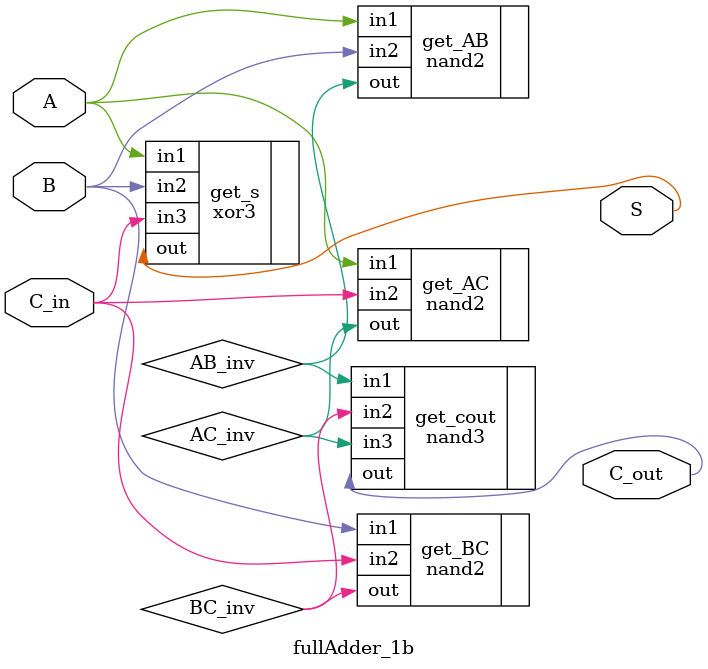
<source format=v>
/*
    CS/ECE 552 Spring '19
    Homework #3, Problem 2
    
    a 1-bit full adder
*/
module fullAdder_1b(A, B, C_in, S, C_out);
    input  A, B;
    input  C_in;
    output S;
    output C_out;

    wire AB_inv, BC_inv, AC_inv;
    xor3 get_s (.in1(A), .in2(B), .in3 (C_in), .out(S));
    nand2 get_AB (.in1(A), .in2(B), .out(AB_inv));
    nand2 get_BC (.in1(B), .in2(C_in), .out(BC_inv));
    nand2 get_AC (.in1(A), .in2(C_in), .out(AC_inv));
    nand3 get_cout (.in1(AB_inv), .in2(BC_inv), .in3(AC_inv), .out(C_out));
    
    // YOUR CODE HERE

endmodule

</source>
